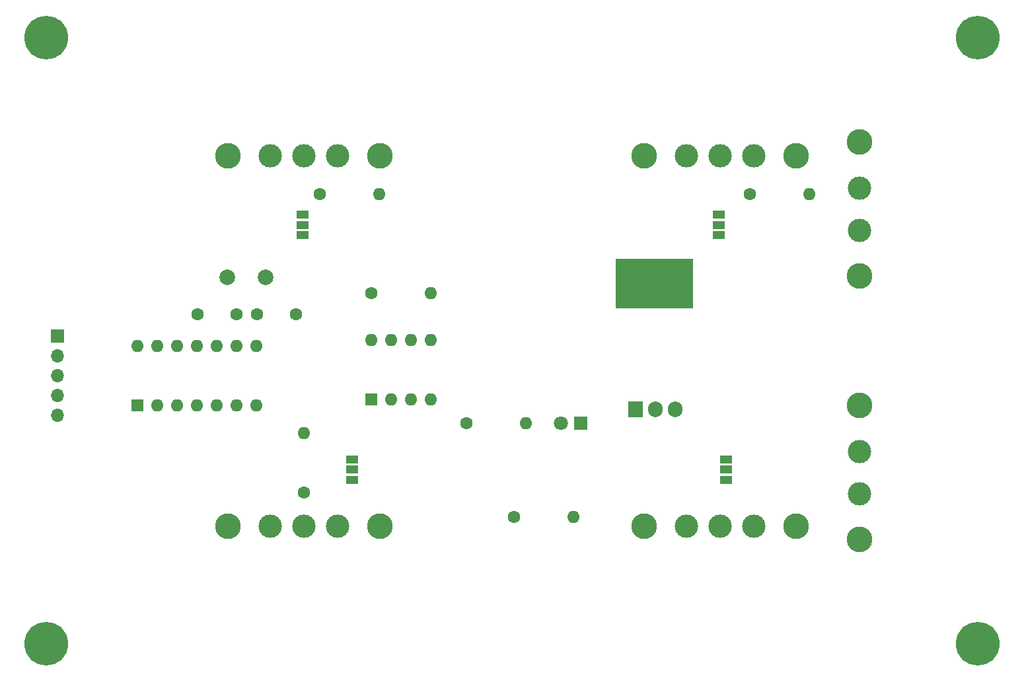
<source format=gbr>
%TF.GenerationSoftware,KiCad,Pcbnew,7.0.8*%
%TF.CreationDate,2023-11-27T18:37:53+00:00*%
%TF.ProjectId,CAN_PCB,43414e5f-5043-4422-9e6b-696361645f70,rev?*%
%TF.SameCoordinates,Original*%
%TF.FileFunction,Soldermask,Top*%
%TF.FilePolarity,Negative*%
%FSLAX46Y46*%
G04 Gerber Fmt 4.6, Leading zero omitted, Abs format (unit mm)*
G04 Created by KiCad (PCBNEW 7.0.8) date 2023-11-27 18:37:53*
%MOMM*%
%LPD*%
G01*
G04 APERTURE LIST*
%ADD10C,5.600000*%
%ADD11C,1.600000*%
%ADD12O,1.600000X1.600000*%
%ADD13C,3.300000*%
%ADD14C,3.000000*%
%ADD15R,1.700000X1.700000*%
%ADD16O,1.700000X1.700000*%
%ADD17R,1.600000X1.600000*%
%ADD18R,1.500000X1.000000*%
%ADD19R,1.905000X2.000000*%
%ADD20C,4.000000*%
%ADD21O,1.905000X2.000000*%
%ADD22C,2.000000*%
%ADD23R,1.800000X1.800000*%
%ADD24C,1.800000*%
G04 APERTURE END LIST*
G36*
X170815000Y-77089000D02*
G01*
X180721000Y-77089000D01*
X180721000Y-83439000D01*
X170815000Y-83439000D01*
X170815000Y-77089000D01*
G37*
D10*
%TO.C,*%
X97790000Y-48768000D03*
%TD*%
D11*
%TO.C,R10*%
X187960000Y-68834000D03*
D12*
X195580000Y-68834000D03*
%TD*%
D13*
%TO.C,J5*%
X193850000Y-63876000D03*
X174450000Y-63876000D03*
D14*
X188450000Y-63876000D03*
X184150000Y-63876000D03*
X179850000Y-63876000D03*
%TD*%
D15*
%TO.C,J2*%
X99192000Y-87005000D03*
D16*
X99192000Y-89545000D03*
X99192000Y-92085000D03*
X99192000Y-94625000D03*
X99192000Y-97165000D03*
%TD*%
D13*
%TO.C,J1*%
X202012000Y-113111000D03*
X202012000Y-95931000D03*
D14*
X202012000Y-107221000D03*
X202012000Y-101821000D03*
%TD*%
D17*
%TO.C,U2*%
X139446000Y-95123000D03*
D12*
X141986000Y-95123000D03*
X144526000Y-95123000D03*
X147066000Y-95123000D03*
X147066000Y-87503000D03*
X144526000Y-87503000D03*
X141986000Y-87503000D03*
X139446000Y-87503000D03*
%TD*%
D11*
%TO.C,C1*%
X124759000Y-84211000D03*
X129759000Y-84211000D03*
%TD*%
D18*
%TO.C,JP8*%
X184023000Y-71471000D03*
X184023000Y-72771000D03*
X184023000Y-74071000D03*
%TD*%
D13*
%TO.C,J15*%
X174450000Y-111384000D03*
X193850000Y-111384000D03*
D14*
X179850000Y-111384000D03*
X184150000Y-111384000D03*
X188450000Y-111384000D03*
%TD*%
D19*
%TO.C,U4*%
X173288000Y-96379000D03*
D20*
X175828000Y-79719000D03*
D21*
X175828000Y-96379000D03*
X178368000Y-96379000D03*
%TD*%
D18*
%TO.C,JP5*%
X130683000Y-71471000D03*
X130683000Y-72771000D03*
X130683000Y-74071000D03*
%TD*%
D10*
%TO.C,*%
X97790000Y-126492000D03*
%TD*%
D11*
%TO.C,R7*%
X132842000Y-68834000D03*
D12*
X140462000Y-68834000D03*
%TD*%
D22*
%TO.C,Y1*%
X125889000Y-79512000D03*
X121009000Y-79512000D03*
%TD*%
D13*
%TO.C,J4*%
X202012000Y-79329000D03*
X202012000Y-62149000D03*
D14*
X202012000Y-73439000D03*
X202012000Y-68039000D03*
%TD*%
D18*
%TO.C,JP4*%
X184912000Y-105440000D03*
X184912000Y-104140000D03*
X184912000Y-102840000D03*
%TD*%
D11*
%TO.C,R1*%
X139446000Y-81534000D03*
D12*
X147066000Y-81534000D03*
%TD*%
D13*
%TO.C,J12*%
X121110000Y-111384000D03*
X140510000Y-111384000D03*
D14*
X126510000Y-111384000D03*
X130810000Y-111384000D03*
X135110000Y-111384000D03*
%TD*%
D10*
%TO.C,*%
X217170000Y-48768000D03*
%TD*%
D23*
%TO.C,D1*%
X166248000Y-98171000D03*
D24*
X163708000Y-98171000D03*
%TD*%
D11*
%TO.C,R3*%
X130810000Y-107061000D03*
D12*
X130810000Y-99441000D03*
%TD*%
D11*
%TO.C,R6*%
X157734000Y-110236000D03*
D12*
X165354000Y-110236000D03*
%TD*%
D11*
%TO.C,R2*%
X151638000Y-98171000D03*
D12*
X159258000Y-98171000D03*
%TD*%
D11*
%TO.C,C2*%
X122139000Y-84211000D03*
X117139000Y-84211000D03*
%TD*%
D10*
%TO.C,*%
X217170000Y-126492000D03*
%TD*%
D13*
%TO.C,J16*%
X140510000Y-63876000D03*
X121110000Y-63876000D03*
D14*
X135110000Y-63876000D03*
X130810000Y-63876000D03*
X126510000Y-63876000D03*
%TD*%
D18*
%TO.C,JP1*%
X137033000Y-105440000D03*
X137033000Y-104140000D03*
X137033000Y-102840000D03*
%TD*%
D17*
%TO.C,U1*%
X109474000Y-95885000D03*
D12*
X112014000Y-95885000D03*
X114554000Y-95885000D03*
X117094000Y-95885000D03*
X119634000Y-95885000D03*
X122174000Y-95885000D03*
X124714000Y-95885000D03*
X124714000Y-88265000D03*
X122174000Y-88265000D03*
X119634000Y-88265000D03*
X117094000Y-88265000D03*
X114554000Y-88265000D03*
X112014000Y-88265000D03*
X109474000Y-88265000D03*
%TD*%
M02*

</source>
